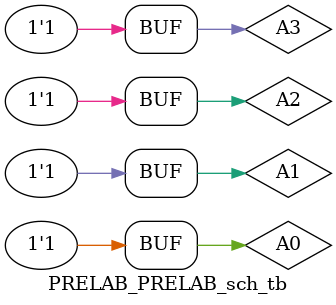
<source format=v>

`timescale 1ns / 1ps

module PRELAB_PRELAB_sch_tb();

// Inputs
   reg A0;
   reg A1;
   reg A2;
   reg A3;

// Output
   wire XLXN_5;
   wire XLXN_6;
   wire XLXN_7;
   wire XLXN_8;
   wire XLXN_9;

// Bidirs

// Instantiate the UUT
   PRELAB UUT (
		.A0(A0), 
		.A1(A1), 
		.A2(A2), 
		.A3(A3), 
		.XLXN_5(XLXN_5), 
		.XLXN_6(XLXN_6), 
		.XLXN_7(XLXN_7), 
		.XLXN_8(XLXN_8), 
		.XLXN_9(XLXN_9)
   );
// Initialize Inputs

       initial begin
		A0 = 0; A1 = 0; A2 = 0; A3 = 0; #10;
		A0 = 0; A1 = 0; A2 = 0; A3 = 1; #10;
		A0 = 0; A1 = 0; A2 = 1; A3 = 0; #10;
		A0 = 0; A1 = 0; A2 = 1; A3 = 1; #10;
		A0 = 0; A1 = 1; A2 = 0; A3 = 0; #10;
		A0 = 0; A1 = 1; A2 = 0; A3 = 1; #10;
		A0 = 0; A1 = 1; A2 = 1; A3 = 0; #10;
		A0 = 0; A1 = 1; A2 = 1; A3 = 1; #10;
		A0 = 1; A1 = 0; A2 = 0; A3 = 0; #10;
		A0 = 1; A1 = 0; A2 = 0; A3 = 1; #10;
		A0 = 1; A1 = 0; A2 = 1; A3 = 0; #10;
		A0 = 1; A1 = 0; A2 = 1; A3 = 1; #10;
		A0 = 1; A1 = 1; A2 = 0; A3 = 0; #10;
		A0 = 1; A1 = 1; A2 = 0; A3 = 1; #10;
		A0 = 1; A1 = 1; A2 = 1; A3 = 0; #10;
		A0 = 1; A1 = 1; A2 = 1; A3 = 1; #10;
		
end
endmodule

</source>
